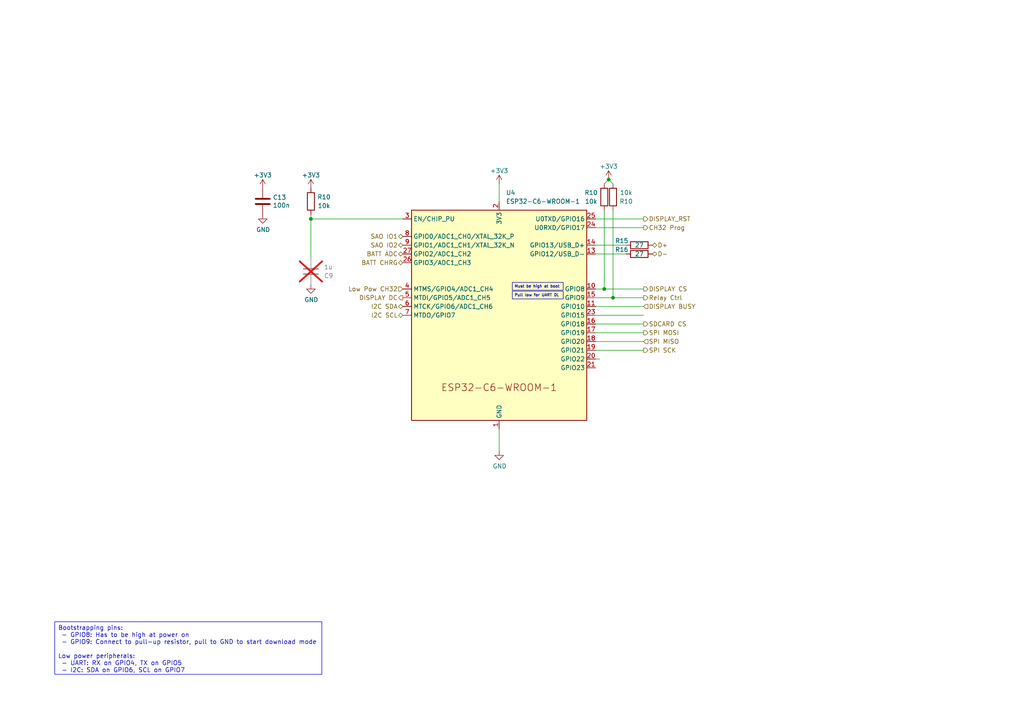
<source format=kicad_sch>
(kicad_sch (version 20230819) (generator eeschema)
  (paper "A4")
  (title_block (title "HackerHotel 2024 badge") (date "2023-08-30") (rev "1") (company "Nicolai Electronics") (comment 1 "License: CERN Open Hardware Licence Version 2 - Permissive"))
  (lib_symbols
    (symbol "symbols2:+3.3V" (power) (pin_names (offset 0))
      (property "Value" "+3.3V" (at 0 3.556 0))
      (symbol "+3.3V_0_1"
        (polyline (pts (xy -0.762 1.27) (xy 0 2.54)))
        (polyline (pts (xy 0 0) (xy 0 2.54)))
        (polyline (pts (xy 0 2.54) (xy 0.762 1.27)))
      )
      (symbol "+3.3V_1_1"
        (pin power_in line (at 0 0 90) (length 0) hide (name "+3.3V") (number "1"))
      )
    )
    (symbol "symbols2:GND" (power) (pin_names (offset 0))
      (property "Value" "GND" (at 0 -3.81 0))
      (symbol "GND_0_1"
        (polyline (pts (xy 0 0) (xy 0 -1.27) (xy 1.27 -1.27) (xy 0 -2.54) (xy -1.27 -1.27) (xy 0 -1.27)))
      )
      (symbol "GND_1_1"
        (pin power_in line (at 0 0 270) (length 0) hide (name "GND") (number "1"))
      )
    )
    (symbol "symbols:C" (pin_numbers hide) (pin_names (offset 0.254))
      (property "Reference" "C" (at 0.635 2.54 0))
      (property "Value" "C" (at 0.635 -2.54 0))
      (symbol "C_0_1"
        (polyline (pts (xy -2.032 -0.762) (xy 2.032 -0.762)) (stroke (width 0.508)))
        (polyline (pts (xy -2.032 0.762) (xy 2.032 0.762)) (stroke (width 0.508)))
      )
      (symbol "C_1_1"
        (pin passive line (at 0 3.81 270) (length 2.794) (name "~") (number "1"))
        (pin passive line (at 0 -3.81 90) (length 2.794) (name "~") (number "2"))
      )
    )
    (symbol "symbols:ESP32-C6-WROOM-1"
      (property "Reference" "U" (at -25.4 35.56 0))
      (property "Value" "ESP32-C6-WROOM-1" (at -25.4 33.02 0))
      (symbol "ESP32-C6-WROOM-1_0_0"
        (text "ESP32-C6-WROOM-1" (at 0 -20.955 0) (effects (font (size 2 2))))
      )
      (symbol "ESP32-C6-WROOM-1_0_1"
        (rectangle (start -25.4 30.48) (end 25.4 -30.48) (stroke (width 0.254)) (fill (type background)))
      )
      (symbol "ESP32-C6-WROOM-1_1_1"
        (pin power_in line (at 0 -33.02 90) (length 2.54) (name "GND") (number "1"))
        (pin bidirectional line (at 27.94 7.62 180) (length 2.54) (name "GPIO8") (number "10"))
        (pin bidirectional line (at 27.94 2.54 180) (length 2.54) (name "GPIO10") (number "11"))
        (pin bidirectional line (at 0 -33.02 90) (length 2.54) hide (name "GPIO11") (number "12"))
        (pin bidirectional line (at 27.94 17.78 180) (length 2.54) (name "GPIO12/USB_D-") (number "13"))
        (pin bidirectional line (at 27.94 20.32 180) (length 2.54) (name "GPIO13/USB_D+") (number "14"))
        (pin bidirectional line (at 27.94 5.08 180) (length 2.54) (name "GPIO9") (number "15"))
        (pin bidirectional line (at 27.94 -2.54 180) (length 2.54) (name "GPIO18") (number "16"))
        (pin bidirectional line (at 27.94 -5.08 180) (length 2.54) (name "GPIO19") (number "17"))
        (pin bidirectional line (at 27.94 -7.62 180) (length 2.54) (name "GPIO20") (number "18"))
        (pin bidirectional line (at 27.94 -10.16 180) (length 2.54) (name "GPIO21") (number "19"))
        (pin power_in line (at 0 33.02 270) (length 2.54) (name "3V3") (number "2"))
        (pin bidirectional line (at 27.94 -12.7 180) (length 2.54) (name "GPIO22") (number "20"))
        (pin bidirectional line (at 27.94 -15.24 180) (length 2.54) (name "GPIO23") (number "21"))
        (pin no_connect line (at -25.4 -12.7 0) (length 2.54) hide (name "NC") (number "22"))
        (pin bidirectional line (at 27.94 0 180) (length 2.54) (name "GPIO15") (number "23"))
        (pin bidirectional line (at 27.94 25.4 180) (length 2.54) (name "U0RXD/GPIO17") (number "24"))
        (pin bidirectional line (at 27.94 27.94 180) (length 2.54) (name "U0TXD/GPIO16") (number "25"))
        (pin bidirectional line (at -27.94 15.24 0) (length 2.54) (name "GPIO3/ADC1_CH3") (number "26"))
        (pin bidirectional line (at -27.94 17.78 0) (length 2.54) (name "GPIO2/ADC1_CH2") (number "27"))
        (pin passive line (at 0 -33.02 90) (length 2.54) hide (name "GND") (number "28"))
        (pin passive line (at 0 -33.02 90) (length 2.54) hide (name "GND") (number "29"))
        (pin input line (at -27.94 27.94 0) (length 2.54) (name "EN/CHIP_PU") (number "3"))
        (pin bidirectional line (at -27.94 7.62 0) (length 2.54) (name "MTMS/GPIO4/ADC1_CH4") (number "4"))
        (pin bidirectional line (at -27.94 5.08 0) (length 2.54) (name "MTDI/GPIO5/ADC1_CH5") (number "5"))
        (pin bidirectional line (at -27.94 2.54 0) (length 2.54) (name "MTCK/GPIO6/ADC1_CH6") (number "6"))
        (pin bidirectional line (at -27.94 0 0) (length 2.54) (name "MTDO/GPIO7") (number "7"))
        (pin bidirectional line (at -27.94 22.86 0) (length 2.54) (name "GPIO0/ADC1_CH0/XTAL_32K_P") (number "8"))
        (pin bidirectional line (at -27.94 20.32 0) (length 2.54) (name "GPIO1/ADC1_CH1/XTAL_32K_N") (number "9"))
      )
    )
    (symbol "symbols:R" (pin_numbers hide) (pin_names (offset 0))
      (property "Reference" "R" (at 2.032 0 90))
      (property "Value" "R" (at 0 0 90))
      (symbol "R_0_1"
        (rectangle (start -1.016 -2.54) (end 1.016 2.54) (stroke (width 0.254)))
      )
      (symbol "R_1_1"
        (pin passive line (at 0 3.81 270) (length 1.27) (name "~") (number "1"))
        (pin passive line (at 0 -3.81 90) (length 1.27) (name "~") (number "2"))
      )
    )
  )
  (junction (at 177.8 86.36))
  (junction (at 90.17 63.5))
  (junction (at 175.26 83.82))
  (junction (at 176.53 52.07))
  (wire (pts (xy 173.99 104.14) (xy 172.72 104.14)))
  (wire (pts (xy 172.72 66.04) (xy 186.69 66.04)))
  (wire (pts (xy 172.72 86.36) (xy 177.8 86.36)))
  (wire (pts (xy 90.17 63.5) (xy 116.84 63.5)))
  (wire (pts (xy 172.72 83.82) (xy 175.26 83.82)))
  (wire (pts (xy 177.8 86.36) (xy 186.69 86.36)))
  (wire (pts (xy 172.72 88.9) (xy 186.69 88.9)))
  (wire (pts (xy 90.17 63.5) (xy 90.17 74.93)))
  (wire (pts (xy 177.8 60.96) (xy 177.8 86.36)))
  (wire (pts (xy 172.72 71.12) (xy 181.61 71.12)))
  (wire (pts (xy 172.72 63.5) (xy 186.69 63.5)))
  (wire (pts (xy 172.72 96.52) (xy 186.69 96.52)))
  (wire (pts (xy 172.72 99.06) (xy 186.69 99.06)))
  (wire (pts (xy 175.26 83.82) (xy 186.69 83.82)))
  (wire (pts (xy 177.8 53.34) (xy 176.53 52.07)))
  (wire (pts (xy 144.78 53.34) (xy 144.78 58.42)))
  (wire (pts (xy 172.72 91.44) (xy 186.69 91.44)))
  (wire (pts (xy 176.53 52.07) (xy 175.26 53.34)))
  (wire (pts (xy 90.17 62.23) (xy 90.17 63.5)))
  (wire (pts (xy 172.72 101.6) (xy 186.69 101.6)))
  (wire (pts (xy 172.72 73.66) (xy 181.61 73.66)))
  (wire (pts (xy 172.72 93.98) (xy 186.69 93.98)))
  (wire (pts (xy 144.78 124.46) (xy 144.78 130.81)))
  (wire (pts (xy 175.26 60.96) (xy 175.26 83.82)))
  (text_box "Must be high at boot" (at 148.59 81.915 0) (size 14.7667 2.25) (effects (font (size 0.8 0.8)) (justify left top)))
  (text_box "Pull low for UART DL" (at 148.59 84.455 0) (size 14.7667 2.25) (effects (font (size 0.8 0.8)) (justify left top)))
  (text_box "Bootstrapping pins:\n - GPIO8: Has to be high at power on\n - GPIO9: Connect to pull-up resistor, pull to GND to start download mode\n\nLow power peripherals:\n - UART: RX on GPIO4, TX on GPIO5\n - I2C: SDA on GPIO6, SCL on GPIO7" (at 15.875 180.34 0) (size 77.47 15.24) (effects (font (size 1.27 1.27)) (justify left top)))
  (hierarchical_label "SAO IO2" (shape bidirectional) (at 116.84 71.12 180))
  (hierarchical_label "SPI MISO" (shape input) (at 186.69 99.06 0))
  (hierarchical_label "SPI MOSI" (shape output) (at 186.69 96.52 0))
  (hierarchical_label "SDCARD CS" (shape output) (at 186.69 93.98 0))
  (hierarchical_label "DISPLAY_RST" (shape output) (at 186.69 63.5 0))
  (hierarchical_label "SAO IO1" (shape bidirectional) (at 116.84 68.58 180))
  (hierarchical_label "I2C SCL" (shape bidirectional) (at 116.84 91.44 180))
  (hierarchical_label "D-" (shape bidirectional) (at 189.23 73.66 0))
  (hierarchical_label "BATT CHRG" (shape bidirectional) (at 116.84 76.2 180))
  (hierarchical_label "Low Pow CH32" (shape input) (at 116.84 83.82 180))
  (hierarchical_label "DISPLAY CS" (shape output) (at 186.69 83.82 0))
  (hierarchical_label "BATT ADC" (shape bidirectional) (at 116.84 73.66 180))
  (hierarchical_label "CH32 Prog" (shape output) (at 186.69 66.04 0))
  (hierarchical_label "SPI SCK" (shape output) (at 186.69 101.6 0))
  (hierarchical_label "DISPLAY BUSY" (shape input) (at 186.69 88.9 0))
  (hierarchical_label "I2C SDA" (shape bidirectional) (at 116.84 88.9 180))
  (hierarchical_label "DISPLAY DC" (shape output) (at 116.84 86.36 180))
  (hierarchical_label "D+" (shape bidirectional) (at 189.23 71.12 0))
  (hierarchical_label "Relay Ctrl" (shape output) (at 186.69 86.36 0))
  (symbol (lib_id "symbols:R") (at 177.8 57.15 0) (mirror y) (unit 1)
    (property "Reference" "R10" (at 181.61 58.42 0))
    (property "Value" "10k" (at 181.61 55.88 0))
    (property "Footprint" "Resistor_SMD:R_0805_2012Metric" (effects hide))
    (property "Datasheet" "https://datasheet.lcsc.com/lcsc/2110260030_UNI-ROYAL-Uniroyal-Elec-0402WGF1002TCE_C25744.pdf" (effects hide))
    (property "LCSC" "C25744" (effects hide))
    (instances (project "hh2024" (path "" (reference "R10") (unit 1)) (path "" (reference "R8") (unit 1))))
  )
  (symbol (lib_id "symbols:R") (at 90.17 58.42 180) (unit 1)
    (property "Reference" "R10" (at 93.98 57.15 0))
    (property "Value" "10k" (at 93.98 59.69 0))
    (property "Footprint" "Resistor_SMD:R_0805_2012Metric" (effects hide))
    (property "Datasheet" "https://datasheet.lcsc.com/lcsc/2110260030_UNI-ROYAL-Uniroyal-Elec-0402WGF1002TCE_C25744.pdf" (effects hide))
    (property "LCSC" "C25744" (effects hide))
    (instances (project "hh2024" (path "" (reference "R10") (unit 1)) (path "" (reference "R6") (unit 1))))
  )
  (symbol (lib_id "symbols:C") (at 76.2 58.42 0) (unit 1)
    (property "Reference" "C13" (at 79.121 57.2516 0) (effects (justify left)))
    (property "Value" "100n" (at 79.121 59.563 0) (effects (justify left)))
    (property "Footprint" "Capacitor_SMD:C_0805_2012Metric" (effects hide))
    (property "Datasheet" "https://datasheet.lcsc.com/lcsc/2304140030_Samsung-Electro-Mechanics-CL05B104KB54PNC_C307331.pdf" (effects hide))
    (property "LCSC" "C307331" (effects hide))
    (instances (project "hh2024" (path "" (reference "C13") (unit 1)) (path "" (reference "C4") (unit 1))))
  )
  (symbol (lib_id "symbols2:+3.3V") (at 90.17 54.61 0) (unit 1)
    (property "Reference" "#PWR06" (effects hide))
    (property "Value" "+3V3" (at 90.17 50.8 0))
    (property "Description" "Power symbol creates a global label with name \"+3.3V\"" (effects hide))
    (instances (project "hh2024" (path "" (reference "#PWR06") (unit 1)) (path "" (reference "#PWR021") (unit 1))))
  )
  (symbol (lib_id "symbols2:GND") (at 144.78 130.81 0) (unit 1)
    (property "Reference" "#PWR010" (effects hide))
    (property "Value" "GND" (at 144.907 135.2042 0))
    (property "Description" "Power symbol creates a global label with name \"GND\" , ground" (effects hide))
    (instances (project "hh2024" (path "" (reference "#PWR010") (unit 1)) (path "" (reference "#PWR028") (unit 1))))
  )
  (symbol (lib_id "symbols2:+3.3V") (at 176.53 52.07 0) (unit 1)
    (property "Reference" "#PWR02" (effects hide))
    (property "Value" "+3V3" (at 176.53 48.26 0))
    (property "Description" "Power symbol creates a global label with name \"+3.3V\"" (effects hide))
    (instances (project "hh2024" (path "" (reference "#PWR02") (unit 1)) (path "" (reference "#PWR029") (unit 1))))
  )
  (symbol (lib_id "symbols:C") (at 90.17 78.74 0) (mirror y) (unit 1) (in_bom no) (dnp yes)
    (property "Reference" "C9" (at 93.98 80.01 0) (effects (justify right)))
    (property "Value" "1u" (at 96.52 77.47 0) (effects (justify left)))
    (property "Footprint" "Capacitor_SMD:C_0805_2012Metric" (effects hide))
    (property "Datasheet" "https://datasheet.lcsc.com/lcsc/2304140030_Samsung-Electro-Mechanics-CL05A105KQ5NNNC_C107372.pdf" (effects hide))
    (property "LCSC" "C107372" (effects hide))
    (instances (project "hh2024" (path "" (reference "C9") (unit 1)) (path "" (reference "C1") (unit 1))))
  )
  (symbol (lib_id "symbols2:+3.3V") (at 144.78 53.34 0) (unit 1)
    (property "Reference" "#PWR02" (effects hide))
    (property "Value" "+3V3" (at 144.78 49.53 0))
    (property "Description" "Power symbol creates a global label with name \"+3.3V\"" (effects hide))
    (instances (project "hh2024" (path "" (reference "#PWR02") (unit 1)) (path "" (reference "#PWR027") (unit 1))))
  )
  (symbol (lib_id "symbols:R") (at 175.26 57.15 0) (mirror x) (unit 1)
    (property "Reference" "R10" (at 171.45 55.88 0))
    (property "Value" "10k" (at 171.45 58.42 0))
    (property "Footprint" "Resistor_SMD:R_0805_2012Metric" (effects hide))
    (property "Datasheet" "https://datasheet.lcsc.com/lcsc/2110260030_UNI-ROYAL-Uniroyal-Elec-0402WGF1002TCE_C25744.pdf" (effects hide))
    (property "LCSC" "C25744" (effects hide))
    (instances (project "hh2024" (path "" (reference "R10") (unit 1)) (path "" (reference "R7") (unit 1))))
  )
  (symbol (lib_id "symbols2:GND") (at 90.17 82.55 0) (unit 1)
    (property "Reference" "#PWR08" (effects hide))
    (property "Value" "GND" (at 90.297 86.9442 0))
    (property "Description" "Power symbol creates a global label with name \"GND\" , ground" (effects hide))
    (instances (project "hh2024" (path "" (reference "#PWR08") (unit 1)) (path "" (reference "#PWR022") (unit 1))))
  )
  (symbol (lib_id "symbols2:GND") (at 76.2 62.23 0) (unit 1)
    (property "Reference" "#PWR023" (effects hide))
    (property "Value" "GND" (at 76.327 66.6242 0))
    (property "Description" "Power symbol creates a global label with name \"GND\" , ground" (effects hide))
    (instances (project "hh2024" (path "" (reference "#PWR023") (unit 1)) (path "" (reference "#PWR026") (unit 1))))
  )
  (symbol (lib_id "symbols2:+3.3V") (at 76.2 54.61 0) (unit 1)
    (property "Reference" "#PWR024" (effects hide))
    (property "Value" "+3V3" (at 76.2 50.8 0))
    (property "Description" "Power symbol creates a global label with name \"+3.3V\"" (effects hide))
    (instances (project "hh2024" (path "" (reference "#PWR024") (unit 1)) (path "" (reference "#PWR025") (unit 1))))
  )
  (symbol (lib_id "symbols:R") (at 185.42 73.66 270) (mirror x) (unit 1)
    (property "Reference" "R16" (at 180.34 72.39 90))
    (property "Value" "27" (at 185.42 73.66 90))
    (property "Footprint" "Resistor_SMD:R_0805_2012Metric" (effects hide))
    (property "Datasheet" "https://datasheet.lcsc.com/lcsc/2205311845_UNI-ROYAL-Uniroyal-Elec-0402WGJ0270TCE_C25156.pdf" (effects hide))
    (property "LCSC" "C25156" (effects hide))
    (instances (project "hh2024" (path "" (reference "R16") (unit 1)) (path "" (reference "R10") (unit 1))))
  )
  (symbol (lib_id "symbols:R") (at 185.42 71.12 270) (unit 1)
    (property "Reference" "R15" (at 180.34 69.85 90))
    (property "Value" "27" (at 185.42 71.12 90))
    (property "Footprint" "Resistor_SMD:R_0805_2012Metric" (effects hide))
    (property "Datasheet" "https://datasheet.lcsc.com/lcsc/2205311845_UNI-ROYAL-Uniroyal-Elec-0402WGJ0270TCE_C25156.pdf" (effects hide))
    (property "LCSC" "C25156" (effects hide))
    (instances (project "hh2024" (path "" (reference "R15") (unit 1)) (path "" (reference "R9") (unit 1))))
  )
  (symbol (lib_id "symbols:ESP32-C6-WROOM-1") (at 144.78 91.44 0) (unit 1)
    (property "Reference" "U4" (at 146.7359 55.88 0) (effects (justify left)))
    (property "Value" "ESP32-C6-WROOM-1" (at 146.7359 58.42 0) (effects (justify left)))
    (property "Footprint" "tanoshii:ESP32-C6-WROOM-1" (effects hide))
    (property "Datasheet" "https://www.espressif.com/sites/default/files/documentation/esp32-c6-wroom-1_datasheet_en.pdf" (effects hide))
    (property "LCSC" "-" (effects hide))
    (instances (project "hh2024" (path "" (reference "U4") (unit 1)) (path "" (reference "U1") (unit 1))))
  )
)
</source>
